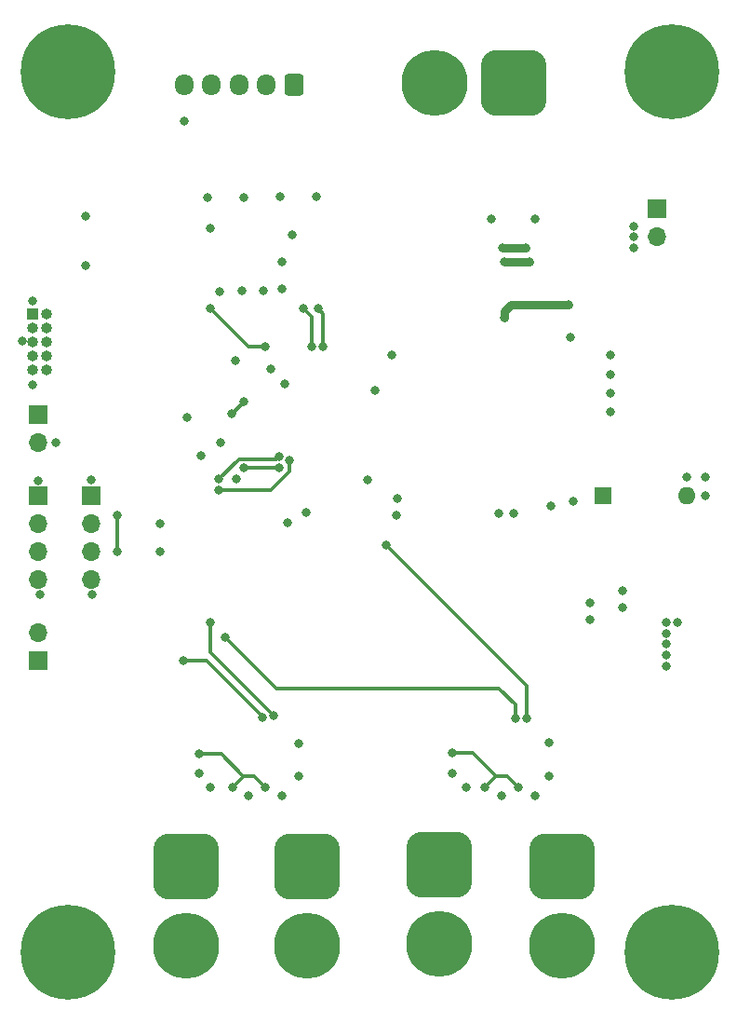
<source format=gbr>
%TF.GenerationSoftware,KiCad,Pcbnew,7.0.10*%
%TF.CreationDate,2024-04-17T23:56:12-04:00*%
%TF.ProjectId,BoardDesign,426f6172-6444-4657-9369-676e2e6b6963,rev?*%
%TF.SameCoordinates,Original*%
%TF.FileFunction,Copper,L4,Bot*%
%TF.FilePolarity,Positive*%
%FSLAX46Y46*%
G04 Gerber Fmt 4.6, Leading zero omitted, Abs format (unit mm)*
G04 Created by KiCad (PCBNEW 7.0.10) date 2024-04-17 23:56:12*
%MOMM*%
%LPD*%
G01*
G04 APERTURE LIST*
G04 Aperture macros list*
%AMRoundRect*
0 Rectangle with rounded corners*
0 $1 Rounding radius*
0 $2 $3 $4 $5 $6 $7 $8 $9 X,Y pos of 4 corners*
0 Add a 4 corners polygon primitive as box body*
4,1,4,$2,$3,$4,$5,$6,$7,$8,$9,$2,$3,0*
0 Add four circle primitives for the rounded corners*
1,1,$1+$1,$2,$3*
1,1,$1+$1,$4,$5*
1,1,$1+$1,$6,$7*
1,1,$1+$1,$8,$9*
0 Add four rect primitives between the rounded corners*
20,1,$1+$1,$2,$3,$4,$5,0*
20,1,$1+$1,$4,$5,$6,$7,0*
20,1,$1+$1,$6,$7,$8,$9,0*
20,1,$1+$1,$8,$9,$2,$3,0*%
G04 Aperture macros list end*
%TA.AperFunction,ComponentPad*%
%ADD10R,1.000000X1.000000*%
%TD*%
%TA.AperFunction,ComponentPad*%
%ADD11O,1.000000X1.000000*%
%TD*%
%TA.AperFunction,ComponentPad*%
%ADD12C,0.900000*%
%TD*%
%TA.AperFunction,ComponentPad*%
%ADD13C,8.600000*%
%TD*%
%TA.AperFunction,ComponentPad*%
%ADD14R,1.700000X1.700000*%
%TD*%
%TA.AperFunction,ComponentPad*%
%ADD15O,1.700000X1.700000*%
%TD*%
%TA.AperFunction,ComponentPad*%
%ADD16RoundRect,1.500000X1.500000X1.500000X-1.500000X1.500000X-1.500000X-1.500000X1.500000X-1.500000X0*%
%TD*%
%TA.AperFunction,ComponentPad*%
%ADD17C,6.000000*%
%TD*%
%TA.AperFunction,ComponentPad*%
%ADD18RoundRect,1.500000X-1.500000X1.500000X-1.500000X-1.500000X1.500000X-1.500000X1.500000X1.500000X0*%
%TD*%
%TA.AperFunction,ComponentPad*%
%ADD19RoundRect,0.250000X0.600000X0.725000X-0.600000X0.725000X-0.600000X-0.725000X0.600000X-0.725000X0*%
%TD*%
%TA.AperFunction,ComponentPad*%
%ADD20O,1.700000X1.950000*%
%TD*%
%TA.AperFunction,ComponentPad*%
%ADD21R,1.600000X1.600000*%
%TD*%
%TA.AperFunction,ComponentPad*%
%ADD22O,1.600000X1.600000*%
%TD*%
%TA.AperFunction,ViaPad*%
%ADD23C,0.800000*%
%TD*%
%TA.AperFunction,Conductor*%
%ADD24C,0.300000*%
%TD*%
%TA.AperFunction,Conductor*%
%ADD25C,0.750000*%
%TD*%
G04 APERTURE END LIST*
D10*
%TO.P,J7,1,Pin_1*%
%TO.N,+3.3V*%
X96850000Y-124990000D03*
D11*
%TO.P,J7,2,Pin_2*%
%TO.N,SWDIO*%
X98120000Y-124990000D03*
%TO.P,J7,3,Pin_3*%
%TO.N,GND*%
X96850000Y-126260000D03*
%TO.P,J7,4,Pin_4*%
%TO.N,SWCLK*%
X98120000Y-126260000D03*
%TO.P,J7,5,Pin_5*%
%TO.N,GND*%
X96850000Y-127530000D03*
%TO.P,J7,6,Pin_6*%
%TO.N,SW0*%
X98120000Y-127530000D03*
%TO.P,J7,7,Pin_7*%
%TO.N,unconnected-(J7-Pin_7-Pad7)*%
X96850000Y-128800000D03*
%TO.P,J7,8,Pin_8*%
%TO.N,unconnected-(J7-Pin_8-Pad8)*%
X98120000Y-128800000D03*
%TO.P,J7,9,Pin_9*%
%TO.N,GND*%
X96850000Y-130070000D03*
%TO.P,J7,10,Pin_10*%
%TO.N,NRST*%
X98120000Y-130070000D03*
%TD*%
D12*
%TO.P,H2,1,1*%
%TO.N,GND*%
X151775000Y-103000000D03*
X152719581Y-100719581D03*
X152719581Y-105280419D03*
X155000000Y-99775000D03*
D13*
X155000000Y-103000000D03*
D12*
X155000000Y-106225000D03*
X157280419Y-100719581D03*
X157280419Y-105280419D03*
X158225000Y-103000000D03*
%TD*%
D14*
%TO.P,J6,1,Pin_1*%
%TO.N,Net-(J6-Pin_1)*%
X97359581Y-156491000D03*
D15*
%TO.P,J6,2,Pin_2*%
%TO.N,Net-(J6-Pin_2)*%
X97359581Y-153951000D03*
%TD*%
D16*
%TO.P,J8,1,Pin_1*%
%TO.N,VDC*%
X140600000Y-104000000D03*
D17*
%TO.P,J8,2,Pin_2*%
%TO.N,GND*%
X133400000Y-104000000D03*
%TD*%
D18*
%TO.P,J11,1,Pin_1*%
%TO.N,Net-(J10-Pin_1)*%
X145000000Y-175200000D03*
D17*
%TO.P,J11,2,Pin_2*%
%TO.N,Net-(J10-Pin_2)*%
X145000000Y-182400000D03*
%TD*%
D12*
%TO.P,H3,1,1*%
%TO.N,GND*%
X96775000Y-183000000D03*
X97719581Y-180719581D03*
X97719581Y-185280419D03*
X100000000Y-179775000D03*
D13*
X100000000Y-183000000D03*
D12*
X100000000Y-186225000D03*
X102280419Y-180719581D03*
X102280419Y-185280419D03*
X103225000Y-183000000D03*
%TD*%
D18*
%TO.P,J14,1,Pin_1*%
%TO.N,Net-(J13-Pin_1)*%
X121800000Y-175200000D03*
D17*
%TO.P,J14,2,Pin_2*%
%TO.N,Net-(J13-Pin_2)*%
X121800000Y-182400000D03*
%TD*%
D14*
%TO.P,J1,1,Pin_1*%
%TO.N,+5VD*%
X153613581Y-115460000D03*
D15*
%TO.P,J1,2,Pin_2*%
%TO.N,GND*%
X153613581Y-118000000D03*
%TD*%
D12*
%TO.P,H1,1,1*%
%TO.N,GND*%
X96775000Y-103000000D03*
X97719581Y-100719581D03*
X97719581Y-105280419D03*
X100000000Y-99775000D03*
D13*
X100000000Y-103000000D03*
D12*
X100000000Y-106225000D03*
X102280419Y-100719581D03*
X102280419Y-105280419D03*
X103225000Y-103000000D03*
%TD*%
D14*
%TO.P,J2,1,Pin_1*%
%TO.N,+3.3V*%
X97359581Y-141505000D03*
D15*
%TO.P,J2,2,Pin_2*%
%TO.N,UART3_TX*%
X97359581Y-144045000D03*
%TO.P,J2,3,Pin_3*%
%TO.N,UART3_RX*%
X97359581Y-146585000D03*
%TO.P,J2,4,Pin_4*%
%TO.N,GND*%
X97359581Y-149125000D03*
%TD*%
D14*
%TO.P,J5,1,Pin_1*%
%TO.N,Net-(J5-Pin_1)*%
X97359581Y-134139000D03*
D15*
%TO.P,J5,2,Pin_2*%
%TO.N,GND*%
X97359581Y-136679000D03*
%TD*%
D19*
%TO.P,J9,1,Pin_1*%
%TO.N,Net-(J9-Pin_1)*%
X120600000Y-104200000D03*
D20*
%TO.P,J9,2,Pin_2*%
%TO.N,Net-(J9-Pin_2)*%
X118100000Y-104200000D03*
%TO.P,J9,3,Pin_3*%
%TO.N,Net-(J9-Pin_3)*%
X115600000Y-104200000D03*
%TO.P,J9,4,Pin_4*%
%TO.N,/ADC0*%
X113100000Y-104200000D03*
%TO.P,J9,5,Pin_5*%
%TO.N,GND*%
X110600000Y-104200000D03*
%TD*%
D14*
%TO.P,J4,1,Pin_1*%
%TO.N,+3.3V*%
X102185581Y-141505000D03*
D15*
%TO.P,J4,2,Pin_2*%
%TO.N,I2C3_SCL*%
X102185581Y-144045000D03*
%TO.P,J4,3,Pin_3*%
%TO.N,I2C3_SDA*%
X102185581Y-146585000D03*
%TO.P,J4,4,Pin_4*%
%TO.N,GND*%
X102185581Y-149125000D03*
%TD*%
D18*
%TO.P,J13,1,Pin_1*%
%TO.N,Net-(J13-Pin_1)*%
X110800000Y-175200000D03*
D17*
%TO.P,J13,2,Pin_2*%
%TO.N,Net-(J13-Pin_2)*%
X110800000Y-182400000D03*
%TD*%
D18*
%TO.P,J10,1,Pin_1*%
%TO.N,Net-(J10-Pin_1)*%
X133800000Y-175000000D03*
D17*
%TO.P,J10,2,Pin_2*%
%TO.N,Net-(J10-Pin_2)*%
X133800000Y-182200000D03*
%TD*%
D12*
%TO.P,H4,1,1*%
%TO.N,GND*%
X151775000Y-183000000D03*
X152719581Y-180719581D03*
X152719581Y-185280419D03*
X155000000Y-179775000D03*
D13*
X155000000Y-183000000D03*
D12*
X155000000Y-186225000D03*
X157280419Y-180719581D03*
X157280419Y-185280419D03*
X158225000Y-183000000D03*
%TD*%
D21*
%TO.P,D2,1,K*%
%TO.N,Net-(D2-K)*%
X148690000Y-141500000D03*
D22*
%TO.P,D2,2,A*%
%TO.N,+3.3V*%
X156310000Y-141500000D03*
%TD*%
D23*
%TO.N,GND*%
X110600000Y-107500000D03*
%TO.N,+3.3V*%
X158000000Y-139800000D03*
X156300000Y-139800000D03*
X158000000Y-141500000D03*
X154500000Y-155000000D03*
X155500000Y-153000000D03*
X154500000Y-157000000D03*
X154500000Y-156000003D03*
X154500000Y-153000000D03*
X154500000Y-154000000D03*
%TO.N,GND*%
X151500000Y-119000000D03*
X151500000Y-118000000D03*
X151500000Y-117000000D03*
X143780081Y-167030792D03*
X150520000Y-151667000D03*
X139500000Y-168750000D03*
X115346581Y-140013000D03*
X98929000Y-136679000D03*
X120400000Y-117800000D03*
X96851581Y-131398419D03*
X121000000Y-164000000D03*
X150520000Y-150167000D03*
X147520000Y-151270000D03*
X145750000Y-127125000D03*
X129903419Y-143250000D03*
X142500000Y-168750000D03*
X115250000Y-129250000D03*
X119300000Y-114350000D03*
X135000000Y-166750000D03*
X116050000Y-114400000D03*
X149363581Y-133886419D03*
X149363581Y-130500000D03*
X149363581Y-132160000D03*
X143950000Y-142400000D03*
X112750000Y-114400000D03*
X122650000Y-114350000D03*
X129500000Y-128750000D03*
X113950000Y-136700000D03*
X138600000Y-116350000D03*
X116498907Y-168790470D03*
X120000000Y-144000000D03*
X147520000Y-152770000D03*
X130000000Y-141750000D03*
X119737478Y-131363000D03*
X149363581Y-128750000D03*
X142500000Y-116350000D03*
X95853269Y-127476918D03*
X143780081Y-163969208D03*
X97500000Y-150500000D03*
X119500000Y-120250000D03*
X112000000Y-166750000D03*
X113000000Y-168000000D03*
X139250000Y-143100000D03*
X101607000Y-120617000D03*
X110863000Y-134363000D03*
X140600000Y-143100000D03*
X119500001Y-168750000D03*
X121000000Y-167000000D03*
X102250000Y-150500000D03*
X136250000Y-168000000D03*
%TO.N,+3.3V*%
X97359581Y-140140419D03*
X127271581Y-140078419D03*
X121750000Y-143000000D03*
X118500000Y-130000000D03*
X96851581Y-123851581D03*
X112102419Y-137907000D03*
X101607000Y-116117000D03*
X146000000Y-142000000D03*
X102185581Y-140064419D03*
X108415000Y-146585000D03*
X108455000Y-144045000D03*
X127975883Y-131906753D03*
%TO.N,Net-(C12-Pad1)*%
X114950000Y-134063000D03*
X116004161Y-132995839D03*
%TO.N,+5VD*%
X113850000Y-122950000D03*
X119500000Y-122750000D03*
X113000000Y-117250000D03*
X117850000Y-122850000D03*
X115850000Y-122900000D03*
%TO.N,VDC*%
X139733581Y-120250000D03*
X142000000Y-120250000D03*
X115000000Y-168000000D03*
X137999999Y-167976500D03*
X118000001Y-167976500D03*
X112000000Y-165000000D03*
X135000000Y-164912401D03*
X141000001Y-167976500D03*
%TO.N,Net-(U2-BS)*%
X139750000Y-125300000D03*
X145613581Y-124176497D03*
%TO.N,I2C3_SCL*%
X113750000Y-141000000D03*
X120183593Y-138250367D03*
%TO.N,I2C3_SDA*%
X119221581Y-137977350D03*
X113750000Y-140000000D03*
X104500000Y-146585000D03*
X104500000Y-143250000D03*
%TO.N,Net-(J6-Pin_1)*%
X117758469Y-161629887D03*
X110500000Y-156500000D03*
%TO.N,Fet*%
X113000000Y-153000000D03*
X118743476Y-161457353D03*
X129000000Y-146000000D03*
X141750000Y-161750000D03*
%TO.N,BOOT0*%
X118000000Y-128000000D03*
X113000000Y-124500000D03*
%TO.N,I2C1_SCL*%
X123250000Y-128000000D03*
X122780331Y-124500000D03*
%TO.N,I2C1_SDA*%
X122250000Y-127953729D03*
X121500000Y-124500000D03*
%TO.N,Net-(U2-FB)*%
X139573581Y-119000000D03*
X141683581Y-119000000D03*
%TO.N,LowBat*%
X116000000Y-139000000D03*
X119221581Y-138977309D03*
%TO.N,Net-(J6-Pin_2)*%
X114375000Y-154375000D03*
X140750000Y-161750000D03*
%TD*%
D24*
%TO.N,Net-(C12-Pad1)*%
X116004161Y-132995839D02*
X116004161Y-133008839D01*
X116004161Y-133008839D02*
X114950000Y-134063000D01*
%TO.N,VDC*%
X138976499Y-167000000D02*
X137999999Y-167976500D01*
X135000000Y-164912401D02*
X136888900Y-164912401D01*
X115000000Y-168000000D02*
X116011750Y-166988250D01*
X117011751Y-166988250D02*
X118000001Y-167976500D01*
X114000000Y-165000000D02*
X115988250Y-166988250D01*
X112000000Y-165000000D02*
X114000000Y-165000000D01*
X140023501Y-167000000D02*
X138976499Y-167000000D01*
X115988250Y-166988250D02*
X116011750Y-166988250D01*
X140023501Y-167000000D02*
X141000001Y-167976500D01*
X136888900Y-164912401D02*
X138976499Y-167000000D01*
X116011750Y-166988250D02*
X117011751Y-166988250D01*
D25*
X142000000Y-120250000D02*
X139733581Y-120250000D01*
%TO.N,Net-(U2-BS)*%
X139750000Y-124750000D02*
X140323503Y-124176497D01*
X140323503Y-124176497D02*
X145613581Y-124176497D01*
X139750000Y-125300000D02*
X139750000Y-124750000D01*
D24*
%TO.N,I2C3_SCL*%
X118500000Y-141000000D02*
X113750000Y-141000000D01*
X120183593Y-139316407D02*
X118500000Y-141000000D01*
X120183593Y-138250367D02*
X120183593Y-139316407D01*
%TO.N,I2C3_SDA*%
X104500000Y-143250000D02*
X104500000Y-146585000D01*
X119023931Y-138175000D02*
X115575000Y-138175000D01*
X115575000Y-138175000D02*
X113750000Y-140000000D01*
X119221581Y-137977350D02*
X119023931Y-138175000D01*
%TO.N,Net-(J6-Pin_1)*%
X110500000Y-156500000D02*
X112689338Y-156500000D01*
X117758469Y-161569131D02*
X117758469Y-161629887D01*
X112689338Y-156500000D02*
X117758469Y-161569131D01*
%TO.N,Fet*%
X129000000Y-146000000D02*
X141750000Y-158750000D01*
X113000000Y-155750000D02*
X118707353Y-161457353D01*
X141750000Y-158750000D02*
X141750000Y-161750000D01*
X118707353Y-161457353D02*
X118743476Y-161457353D01*
X113000000Y-153000000D02*
X113000000Y-155750000D01*
%TO.N,BOOT0*%
X116500000Y-128000000D02*
X118000000Y-128000000D01*
X113000000Y-124500000D02*
X116500000Y-128000000D01*
%TO.N,I2C1_SCL*%
X123250000Y-128000000D02*
X123250000Y-124969669D01*
X123250000Y-124969669D02*
X122780331Y-124500000D01*
%TO.N,I2C1_SDA*%
X121500000Y-124500000D02*
X122250000Y-125250000D01*
X122250000Y-125250000D02*
X122250000Y-127953729D01*
D25*
%TO.N,Net-(U2-FB)*%
X141683581Y-119000000D02*
X139573581Y-119000000D01*
D24*
%TO.N,LowBat*%
X119221581Y-138977309D02*
X116022691Y-138977309D01*
X116022691Y-138977309D02*
X116000000Y-139000000D01*
%TO.N,Net-(J6-Pin_2)*%
X119000000Y-159000000D02*
X139250000Y-159000000D01*
X139250000Y-159000000D02*
X140750000Y-160500000D01*
X114375000Y-154375000D02*
X119000000Y-159000000D01*
X140750000Y-160500000D02*
X140750000Y-161750000D01*
%TD*%
M02*

</source>
